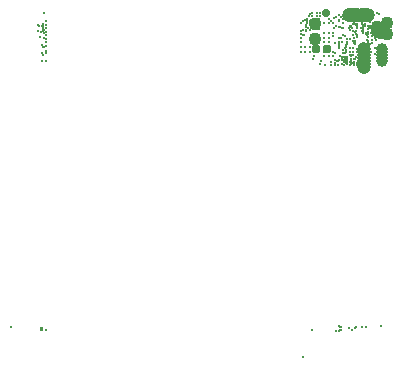
<source format=gbr>
M48
FMAT,2
T1C0.008
T2C0.012
T3C0.028
T4C0.031
T5C0.039
T6C0.043
T7C0.047
%
M25
T1
X10155Y1004
X10174Y10059
X10422Y09884
X10459Y09988
X10584Y09855
X10781Y09934
Y09855
X10899
Y10013
X10907Y09906
X10958Y0995
X10988Y09993
X11016Y09971
X11017Y09855
X11035Y10014
X11041Y0995
X11156Y10058
Y09884
X11157Y10014
X11214Y09855
Y09934
Y10013
X11253Y09973
Y10052
X11297Y09906
X11311Y10058
Y09884
Y09927
Y10014
Y09971
X1143Y09993
X11431Y09949
Y09859
X11432Y10036
X11444Y09884
X11447Y09971
Y10058
X11448Y10014
X11451Y09928
X11489Y09903
X11493Y0999
X11536Y09902
Y09831
X11545Y09949
X11564Y10044
X11585Y10058
X11655Y09902
X11657Y09831
X11744Y09969
X11989Y10004
X12001Y09855
X12003Y10025
X12022Y09926
X12399Y10009
X12418Y10048
X12434Y09855
X12513Y09934
X12592Y09973
X1267
X09796Y10288
Y10446
X09914Y10288
Y10446
X10072
Y10288
X10229Y10131
Y10446
Y10288
X10544Y10446
Y10131
Y10288
X10702Y10446
Y10288
Y10131
X10859Y10288
Y10131
X10922Y10574
X10931Y10249
X11063Y10448
Y10548
X11064Y10414
X11064Y10498
X11082Y1025
X11092Y10155
X11125Y1025
X11152Y10122
X11168Y10248
X1119Y1028
X11195Y10334
X11211Y10098
X11212Y10248
X11234Y10262
X11244Y10401
X11255Y10098
Y10248
X11276Y10267
X11292Y10447
Y10498
X11295Y10334
X11302Y10127
X11311Y10559
X1132Y10241
X11418Y10273
X11418Y10399
X11426Y10167
X11451Y10162
X11467Y10181
X11492Y10189
X1151Y10512
X11516Y10429
X11516Y10279
X11517Y10189
X11585Y10544
X11604Y10102
X11617Y10124
X1163Y1024
X11643Y10265
X11664Y10381
X1167Y10171
X11681Y10319
X1169Y10457
X11709Y10306
Y10473
Y10408
Y10109
X11728Y10448
Y10492
X11765Y10131
X11823Y10316
X12022Y10573
X12071Y10541
X1208Y10446
X12119Y10288
X12159Y10564
X12234Y10208
Y10426
X12265Y10398
X12329Y10092
X12359Y10264
X12399
X12418Y10073
X12592Y10237
Y10108
X1267Y10249
Y1017
Y10485
Y10328
X09787Y10981
X09796Y10603
Y10761
Y10879
X09842Y10854
X09851Y11007
X09877Y10862
X09938Y11022
X09954Y10981
X10028Y11084
X1006Y10978
X10069Y11012
X10155Y10862
X10229Y10603
X10397Y11037
X10544Y10761
Y10603
Y10918
X10702Y10761
Y10603
Y10918
X10857Y10825
X10859Y10918
X10879Y11071
X1093Y10773
X1101Y1092
Y10945
X11063Y10598
Y10748
X11115
X11147Y11071
X11154Y10598
X11174Y10839
X11194Y11071
X11233Y10825
X11299Y10723
X11314Y10598
X11375Y1095
X11392Y11074
X11414Y11016
X11415Y10698
X1142Y1064
X11504Y10969
X11524Y10849
X11528Y10647
X11541Y10595
X11563Y10751
X11567Y1092
X11585Y10644
Y10937
Y10594
X11604Y10872
X11623Y10977
X11642Y10785
X11661Y10859
X1175Y10976
X11774Y11073
X1178Y11042
X11821Y10973
X11861Y10941
X11863Y10914
X11934Y10922
Y10886
X11971Y10832
X11984Y10694
X12001Y10769
Y10941
Y10886
X12002Y11042
X12003Y10644
X1202Y10914
Y11002
X12041Y11065
X1208Y10761
X12119Y10914
X12136Y10952
X12148Y10814
X12159Y10682
X12179Y10883
X12238Y10749
X12255Y11052
Y10914
Y10788
X12274Y10847
X12277Y10682
X1267Y10721
Y10603
Y10839
Y10957
Y11076
X09796Y11233
X09851Y112
X09853Y11299
X09914Y11351
X09932Y11099
X09947Y11177
X09965Y11255
X09993Y11391
Y11312
X10033Y11469
X1004Y11171
X10072Y11548
X10091Y11315
X10111Y11209
X10151Y11469
Y11587
X10152Y11107
X10175Y11087
X10229Y11391
X10308Y11587
Y11312
Y11469
X10387Y11391
X10426Y11272
Y11469
Y11587
X1047Y11133
X10505Y11587
X10544Y11233
X10702Y11391
Y11233
X10781Y11312
X108Y1109
X10859Y11233
X10879Y11411
X10958Y11438
Y11147
X11036Y1136
X11037Y11508
Y11324
Y11128
X11056Y11343
X11073Y11109
X11096Y1109
X11115Y11462
X11128Y1109
X11174Y11391
Y11233
X11194Y11484
X11273Y11504
X11292Y11484
X11305Y11462
X11318Y11438
X11331Y11411
X11367Y11306
X11371Y11587
X11415Y11152
X11436Y11138
X11464Y11112
X1148Y11131
X11484Y11093
X11489Y11587
X11505Y11205
X11534Y11373
X11541Y11236
X11576Y11205
X11604Y1113
X11607Y11587
X11623Y11165
X11633Y11324
X11642Y11092
X11661Y11149
X11662Y11225
X11726Y11587
X1178Y11111
X11819Y11213
Y11284
X11821Y1113
X11842Y11321
X11844Y11587
X11861Y11163
X11881Y11178
X11901Y11163
X1192Y11179
X11929Y11222
X11948Y11343
X11954Y1116
X11962Y11587
X1197Y11201
X12021Y11141
X12076Y11264
X1208Y11587
X12098Y11158
X12106Y11091
X12143Y11154
X12175Y11156
X12198Y11587
X12236Y11179
X12395Y11548
X12434Y1143
X12552Y11351
X1267Y11312
Y11194
X12316Y11587
T2
X11861Y11082
Y11022
X1192
Y11082
T3
X10603Y11568
T4
X10269Y10367
X10663
T5
X12493Y10093
Y09993
Y10293
Y10193
Y10393
T6
X10264Y10707
X12316Y10993
X12438Y10914
X12635Y10879
X10264Y11207
X12316Y11119
X12635Y11245
T7
X11883Y09967
Y09867
Y09767
Y10267
Y10167
Y10067
X11386Y11509
X11486
X11586
X11686
X11801
X11883Y10367
X11901Y11509
X12001
M30

</source>
